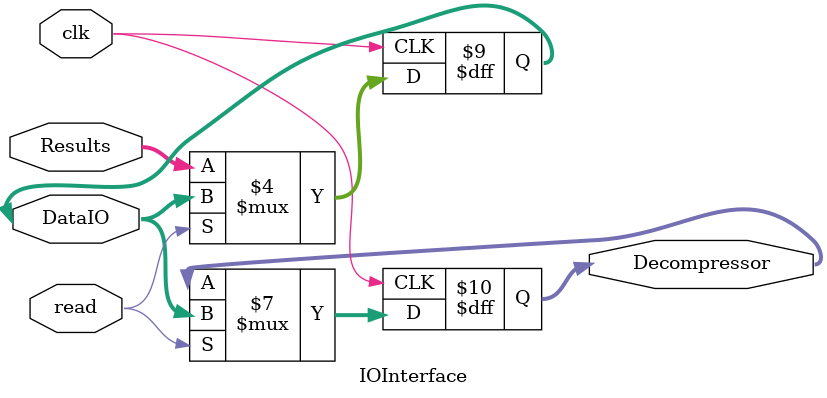
<source format=v>

module IOInterface(clk,DataIO,Decompressor,Results,read);
    inout  [15:0] DataIO;
    output  [15:0] Decompressor;
    input  [15:0] Results;
    input read;
    input clk;
    always @(posedge clk) begin
        if(read ==0)begin
             DataIO = Results;
        end
        else begin
             Decompressor =DataIO;
        end
    end
endmodule
</source>
